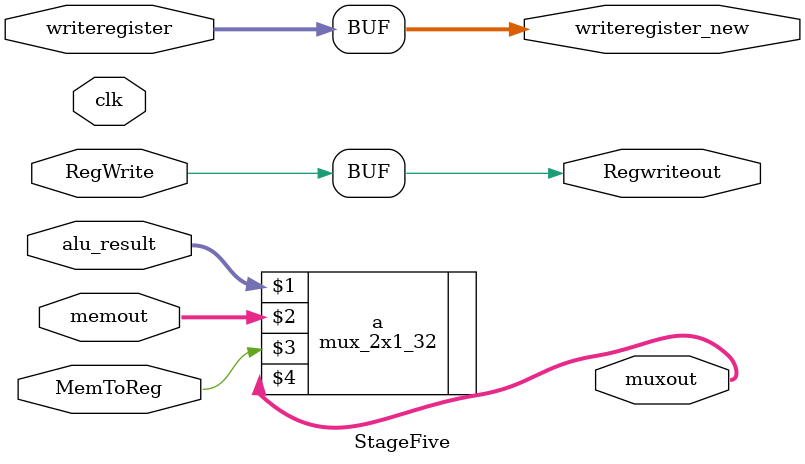
<source format=v>
module StageFive (clk, alu_result, memout, writeregister, RegWrite, MemToReg,muxout,Regwriteout,writeregister_new);

input clk, RegWrite, MemToReg;
input [31:0] alu_result, memout;
input [4:0] writeregister;

output [31:0] muxout;

output Regwriteout;

output [4:0] writeregister_new;

mux_2x1_32 a(alu_result,memout,MemToReg,muxout);

assign Regwriteout = RegWrite;

assign writeregister_new=writeregister;


endmodule
</source>
